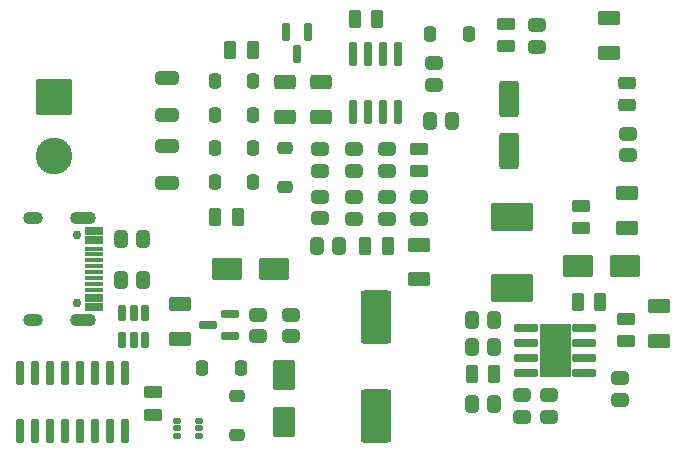
<source format=gts>
G04 #@! TF.GenerationSoftware,KiCad,Pcbnew,9.0.5*
G04 #@! TF.CreationDate,2025-10-24T16:35:50+02:00*
G04 #@! TF.ProjectId,Mini-EMS-ESP,4d696e69-2d45-44d5-932d-4553502e6b69,rev?*
G04 #@! TF.SameCoordinates,Original*
G04 #@! TF.FileFunction,Soldermask,Top*
G04 #@! TF.FilePolarity,Negative*
%FSLAX46Y46*%
G04 Gerber Fmt 4.6, Leading zero omitted, Abs format (unit mm)*
G04 Created by KiCad (PCBNEW 9.0.5) date 2025-10-24 16:35:50*
%MOMM*%
%LPD*%
G01*
G04 APERTURE LIST*
G04 Aperture macros list*
%AMRoundRect*
0 Rectangle with rounded corners*
0 $1 Rounding radius*
0 $2 $3 $4 $5 $6 $7 $8 $9 X,Y pos of 4 corners*
0 Add a 4 corners polygon primitive as box body*
4,1,4,$2,$3,$4,$5,$6,$7,$8,$9,$2,$3,0*
0 Add four circle primitives for the rounded corners*
1,1,$1+$1,$2,$3*
1,1,$1+$1,$4,$5*
1,1,$1+$1,$6,$7*
1,1,$1+$1,$8,$9*
0 Add four rect primitives between the rounded corners*
20,1,$1+$1,$2,$3,$4,$5,0*
20,1,$1+$1,$4,$5,$6,$7,0*
20,1,$1+$1,$6,$7,$8,$9,0*
20,1,$1+$1,$8,$9,$2,$3,0*%
G04 Aperture macros list end*
%ADD10C,0.100000*%
%ADD11RoundRect,0.274390X-0.475610X0.288110X-0.475610X-0.288110X0.475610X-0.288110X0.475610X0.288110X0*%
%ADD12RoundRect,0.274390X0.475610X-0.288110X0.475610X0.288110X-0.475610X0.288110X-0.475610X-0.288110X0*%
%ADD13RoundRect,0.275000X0.275000X0.500000X-0.275000X0.500000X-0.275000X-0.500000X0.275000X-0.500000X0*%
%ADD14RoundRect,0.275000X-0.500000X0.275000X-0.500000X-0.275000X0.500000X-0.275000X0.500000X0.275000X0*%
%ADD15RoundRect,0.250000X-0.250000X-0.400000X0.250000X-0.400000X0.250000X0.400000X-0.250000X0.400000X0*%
%ADD16RoundRect,0.275000X0.500000X-0.275000X0.500000X0.275000X-0.500000X0.275000X-0.500000X-0.275000X0*%
%ADD17RoundRect,0.258332X-1.291668X1.291668X-1.291668X-1.291668X1.291668X-1.291668X1.291668X1.291668X0*%
%ADD18C,3.100000*%
%ADD19RoundRect,0.271739X0.678261X-0.353261X0.678261X0.353261X-0.678261X0.353261X-0.678261X-0.353261X0*%
%ADD20RoundRect,0.175000X-0.175000X0.850000X-0.175000X-0.850000X0.175000X-0.850000X0.175000X0.850000X0*%
%ADD21RoundRect,0.175000X-0.175000X0.612500X-0.175000X-0.612500X0.175000X-0.612500X0.175000X0.612500X0*%
%ADD22RoundRect,0.274390X-0.288110X-0.475610X0.288110X-0.475610X0.288110X0.475610X-0.288110X0.475610X0*%
%ADD23RoundRect,0.263889X-1.036111X-0.686111X1.036111X-0.686111X1.036111X0.686111X-1.036111X0.686111X0*%
%ADD24RoundRect,0.274390X0.288110X0.475610X-0.288110X0.475610X-0.288110X-0.475610X0.288110X-0.475610X0*%
%ADD25RoundRect,0.268750X-0.481250X0.268750X-0.481250X-0.268750X0.481250X-0.268750X0.481250X0.268750X0*%
%ADD26RoundRect,0.175000X0.612500X0.175000X-0.612500X0.175000X-0.612500X-0.175000X0.612500X-0.175000X0*%
%ADD27RoundRect,0.275000X-0.275000X-0.500000X0.275000X-0.500000X0.275000X0.500000X-0.275000X0.500000X0*%
%ADD28RoundRect,0.250000X0.250000X0.400000X-0.250000X0.400000X-0.250000X-0.400000X0.250000X-0.400000X0*%
%ADD29RoundRect,0.260638X1.539362X-0.964362X1.539362X0.964362X-1.539362X0.964362X-1.539362X-0.964362X0*%
%ADD30RoundRect,0.250000X0.400000X-0.250000X0.400000X0.250000X-0.400000X0.250000X-0.400000X-0.250000X0*%
%ADD31RoundRect,0.175000X-0.850000X-0.175000X0.850000X-0.175000X0.850000X0.175000X-0.850000X0.175000X0*%
%ADD32RoundRect,0.271739X-0.678261X0.353261X-0.678261X-0.353261X0.678261X-0.353261X0.678261X0.353261X0*%
%ADD33RoundRect,0.272222X0.652778X-0.340278X0.652778X0.340278X-0.652778X0.340278X-0.652778X-0.340278X0*%
%ADD34RoundRect,0.265625X0.584375X-1.284375X0.584375X1.284375X-0.584375X1.284375X-0.584375X-1.284375X0*%
%ADD35RoundRect,0.260000X1.040000X-1.990000X1.040000X1.990000X-1.040000X1.990000X-1.040000X-1.990000X0*%
%ADD36RoundRect,0.273809X0.726191X-0.301191X0.726191X0.301191X-0.726191X0.301191X-0.726191X-0.301191X0*%
%ADD37C,0.750000*%
%ADD38RoundRect,0.050000X-0.725000X0.300000X-0.725000X-0.300000X0.725000X-0.300000X0.725000X0.300000X0*%
%ADD39RoundRect,0.050000X-0.725000X0.150000X-0.725000X-0.150000X0.725000X-0.150000X0.725000X0.150000X0*%
%ADD40O,2.200000X1.100000*%
%ADD41O,1.700000X1.100000*%
%ADD42RoundRect,0.263889X-0.686111X1.036111X-0.686111X-1.036111X0.686111X-1.036111X0.686111X1.036111X0*%
%ADD43RoundRect,0.175000X-0.175000X0.537500X-0.175000X-0.537500X0.175000X-0.537500X0.175000X0.537500X0*%
%ADD44RoundRect,0.125000X0.250000X0.125000X-0.250000X0.125000X-0.250000X-0.125000X0.250000X-0.125000X0*%
%ADD45RoundRect,0.250000X-0.400000X0.250000X-0.400000X-0.250000X0.400000X-0.250000X0.400000X0.250000X0*%
G04 APERTURE END LIST*
D10*
X116738400Y-113385600D02*
X119227600Y-113385600D01*
X119227600Y-117754400D01*
X116738400Y-117754400D01*
X116738400Y-113385600D01*
G36*
X116738400Y-113385600D02*
G01*
X119227600Y-113385600D01*
X119227600Y-117754400D01*
X116738400Y-117754400D01*
X116738400Y-113385600D01*
G37*
D11*
X107696000Y-91289500D03*
X107696000Y-93114500D03*
D12*
X92811600Y-114399700D03*
X92811600Y-112574700D03*
D13*
X121788000Y-111506000D03*
X119888000Y-111506000D03*
D14*
X106426000Y-98491000D03*
X106426000Y-100391000D03*
X120142000Y-103317000D03*
X120142000Y-105217000D03*
D15*
X89155000Y-101303667D03*
X92455000Y-101303667D03*
D16*
X123952000Y-114803000D03*
X123952000Y-112903000D03*
D17*
X75590400Y-94136000D03*
D18*
X75590400Y-99136000D03*
D19*
X86233000Y-114632000D03*
X86233000Y-111682000D03*
D20*
X104648000Y-90489000D03*
X103378000Y-90489000D03*
X102108000Y-90489000D03*
X100838000Y-90489000D03*
X100838000Y-95439000D03*
X102108000Y-95439000D03*
X103378000Y-95439000D03*
X104648000Y-95439000D03*
D21*
X97089000Y-88597500D03*
X95189000Y-88597500D03*
X96139000Y-90472500D03*
D11*
X103759000Y-102592500D03*
X103759000Y-104417500D03*
D20*
X81616000Y-117463189D03*
X80346000Y-117463189D03*
X79076000Y-117463189D03*
X77806000Y-117463189D03*
X76536000Y-117463189D03*
X75266000Y-117463189D03*
X73996000Y-117463189D03*
X72726000Y-117463189D03*
X72726000Y-122413189D03*
X73996000Y-122413189D03*
X75266000Y-122413189D03*
X76536000Y-122413189D03*
X77806000Y-122413189D03*
X79076000Y-122413189D03*
X80346000Y-122413189D03*
X81616000Y-122413189D03*
D11*
X98044000Y-98528500D03*
X98044000Y-100353500D03*
D22*
X110974500Y-120142000D03*
X112799500Y-120142000D03*
D11*
X123444000Y-117959500D03*
X123444000Y-119784500D03*
D23*
X119920000Y-108458000D03*
X123920000Y-108458000D03*
D24*
X99667700Y-106781600D03*
X97842700Y-106781600D03*
D25*
X124104400Y-92940900D03*
X124104400Y-94815900D03*
D26*
X90497900Y-114386400D03*
X90497900Y-112486400D03*
X88622900Y-113436400D03*
D27*
X101031000Y-87565000D03*
X102931000Y-87565000D03*
D28*
X92455000Y-95631000D03*
X89155000Y-95631000D03*
D29*
X114300000Y-110340000D03*
X114300000Y-104290000D03*
D24*
X112799500Y-115316000D03*
X110974500Y-115316000D03*
D30*
X91033600Y-122706400D03*
X91033600Y-119406400D03*
D11*
X100965000Y-98528500D03*
X100965000Y-100353500D03*
X100965000Y-102592500D03*
X100965000Y-104417500D03*
D12*
X103759000Y-100353500D03*
X103759000Y-98528500D03*
D31*
X115508000Y-113665000D03*
X115508000Y-114935000D03*
X115508000Y-116205000D03*
X115508000Y-117475000D03*
X120458000Y-117475000D03*
X120458000Y-116205000D03*
X120458000Y-114935000D03*
X120458000Y-113665000D03*
D19*
X126746000Y-114759000D03*
X126746000Y-111809000D03*
D22*
X110974500Y-113030000D03*
X112799500Y-113030000D03*
D32*
X124079000Y-102284000D03*
X124079000Y-105234000D03*
D15*
X89155000Y-92794667D03*
X92455000Y-92794667D03*
D11*
X116433600Y-88038300D03*
X116433600Y-89863300D03*
D13*
X91120000Y-104267000D03*
X89220000Y-104267000D03*
D27*
X90490000Y-90170000D03*
X92390000Y-90170000D03*
D28*
X110666800Y-88798400D03*
X107366800Y-88798400D03*
D33*
X95123000Y-95823500D03*
X95123000Y-92898500D03*
D16*
X113842800Y-89850000D03*
X113842800Y-87950000D03*
D11*
X115189000Y-119356500D03*
X115189000Y-121181500D03*
D16*
X83972400Y-121041200D03*
X83972400Y-119141200D03*
D22*
X107418500Y-96139000D03*
X109243500Y-96139000D03*
D34*
X114096800Y-98669200D03*
X114096800Y-94269200D03*
D28*
X91413600Y-117094000D03*
X88113600Y-117094000D03*
D12*
X124155200Y-99058100D03*
X124155200Y-97233100D03*
D35*
X102819200Y-121141600D03*
X102819200Y-112741600D03*
D27*
X110937000Y-117602000D03*
X112837000Y-117602000D03*
D22*
X81233000Y-106172000D03*
X83058000Y-106172000D03*
D27*
X101920000Y-106781600D03*
X103820000Y-106781600D03*
D36*
X85090000Y-95656800D03*
X85090000Y-92506800D03*
D32*
X122555000Y-87474000D03*
X122555000Y-90424000D03*
D37*
X77476000Y-105822000D03*
X77476000Y-111602000D03*
D38*
X78921000Y-105487000D03*
X78921000Y-106262000D03*
D39*
X78921000Y-106962000D03*
X78921000Y-107462000D03*
X78921000Y-107962000D03*
X78921000Y-108462000D03*
X78921000Y-108962000D03*
X78921000Y-109462000D03*
X78921000Y-109962000D03*
X78921000Y-110462000D03*
D38*
X78921000Y-111162000D03*
X78921000Y-111937000D03*
D40*
X78006000Y-104392000D03*
D41*
X73826000Y-104392000D03*
D40*
X78006000Y-113032000D03*
D41*
X73826000Y-113032000D03*
D23*
X90202000Y-108712000D03*
X94202000Y-108712000D03*
D33*
X98171000Y-95823500D03*
X98171000Y-92898500D03*
D32*
X106426000Y-106627400D03*
X106426000Y-109577400D03*
D42*
X94996000Y-117634000D03*
X94996000Y-121634000D03*
D22*
X81233000Y-109601000D03*
X83058000Y-109601000D03*
D12*
X98044000Y-104392100D03*
X98044000Y-102567100D03*
D28*
X92455000Y-98467334D03*
X89155000Y-98467334D03*
D11*
X117475000Y-119356500D03*
X117475000Y-121181500D03*
D36*
X85090000Y-101447800D03*
X85090000Y-98297800D03*
D43*
X83246000Y-112400500D03*
X82296000Y-112400500D03*
X81346000Y-112400500D03*
X81346000Y-114675500D03*
X82296000Y-114675500D03*
X83246000Y-114675500D03*
D11*
X106426000Y-102617900D03*
X106426000Y-104442900D03*
D44*
X87879000Y-122839000D03*
X87879000Y-122189000D03*
X87879000Y-121539000D03*
X85979000Y-121539000D03*
X85979000Y-122189000D03*
X85979000Y-122839000D03*
D12*
X95605600Y-114399700D03*
X95605600Y-112574700D03*
D45*
X95123000Y-98426000D03*
X95123000Y-101726000D03*
M02*

</source>
